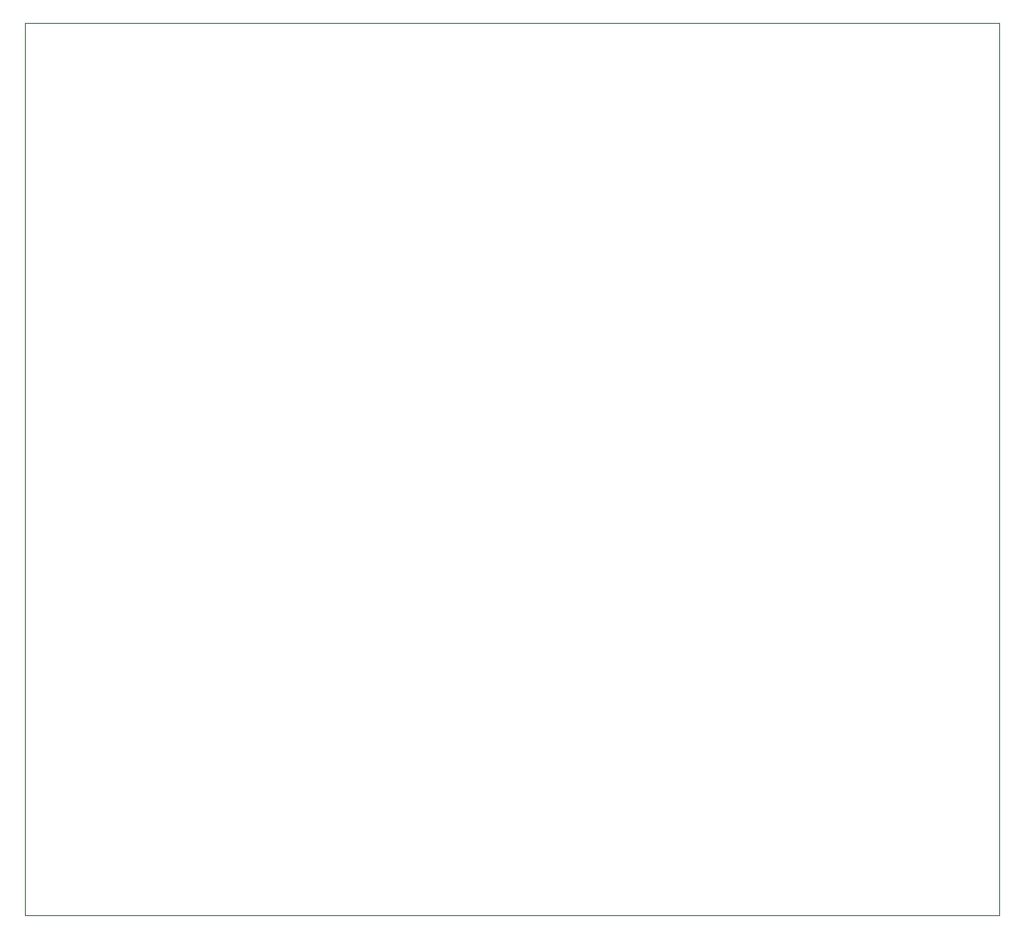
<source format=gbr>
%TF.GenerationSoftware,KiCad,Pcbnew,7.0.6*%
%TF.CreationDate,2023-11-20T17:26:12+00:00*%
%TF.ProjectId,green_led_pcb,67726565-6e5f-46c6-9564-5f7063622e6b,rev?*%
%TF.SameCoordinates,Original*%
%TF.FileFunction,Profile,NP*%
%FSLAX46Y46*%
G04 Gerber Fmt 4.6, Leading zero omitted, Abs format (unit mm)*
G04 Created by KiCad (PCBNEW 7.0.6) date 2023-11-20 17:26:12*
%MOMM*%
%LPD*%
G01*
G04 APERTURE LIST*
%TA.AperFunction,Profile*%
%ADD10C,0.100000*%
%TD*%
G04 APERTURE END LIST*
D10*
X-93000000Y-1000000D02*
X-10000000Y-1000000D01*
X-10000000Y-77000000D01*
X-93000000Y-77000000D01*
X-93000000Y-1000000D01*
M02*

</source>
